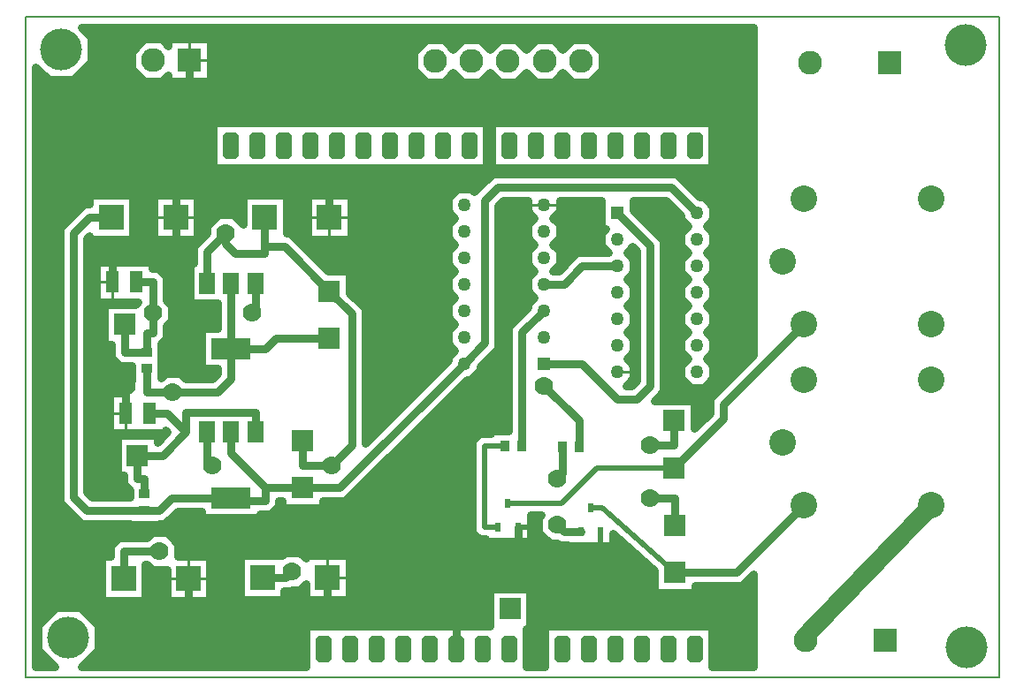
<source format=gbr>
G04 PROTEUS RS274X GERBER FILE*
%FSLAX45Y45*%
%MOMM*%
G01*
%ADD10C,0.762000*%
%ADD11C,0.508000*%
%ADD12C,1.778000*%
%ADD13C,1.778000*%
%ADD14C,0.254000*%
%AMDIL005*
4,1,8,
-0.762000,0.965200,-0.457200,1.270000,0.457200,1.270000,0.762000,0.965200,0.762000,-0.965200,
0.457200,-1.270000,-0.457200,-1.270000,-0.762000,-0.965200,-0.762000,0.965200,
0*%
%ADD15DIL005*%
%ADD16R,1.524000X2.032000*%
%ADD17R,3.810000X2.032000*%
%ADD18R,2.108200X2.108200*%
%ADD19R,2.362200X2.438400*%
%ADD70R,0.990600X0.939800*%
%ADD71R,1.270000X2.032000*%
%ADD20R,2.032000X2.032000*%
%ADD21R,1.270000X1.270000*%
%ADD22C,1.270000*%
%ADD23R,0.939800X0.990600*%
%ADD24R,0.609600X0.939800*%
%ADD25C,2.540000*%
%ADD26R,2.286000X2.286000*%
%ADD27C,2.286000*%
%ADD28C,4.000000*%
%ADD29C,0.203200*%
%TD.AperFunction*%
G36*
X+8950000Y+4779602D02*
X+8533001Y+4362603D01*
X+8533001Y+4222603D01*
X+8384309Y+4073911D01*
X+8384309Y+4344309D01*
X+7998911Y+4344309D01*
X+8088499Y+4433897D01*
X+8088499Y+5883103D01*
X+7800399Y+6171203D01*
X+7800399Y+6264501D01*
X+8109897Y+6264501D01*
X+8257601Y+6116797D01*
X+8257601Y+6080874D01*
X+8321475Y+6017000D01*
X+8257601Y+5953126D01*
X+8257601Y+5826874D01*
X+8321475Y+5763000D01*
X+8257601Y+5699126D01*
X+8257601Y+5572874D01*
X+8321475Y+5509000D01*
X+8257601Y+5445126D01*
X+8257601Y+5318874D01*
X+8321475Y+5255000D01*
X+8257601Y+5191126D01*
X+8257601Y+5064874D01*
X+8321475Y+5001000D01*
X+8257601Y+4937126D01*
X+8257601Y+4810874D01*
X+8321475Y+4747000D01*
X+8257601Y+4683126D01*
X+8257601Y+4556874D01*
X+8346874Y+4467601D01*
X+8473126Y+4467601D01*
X+8562399Y+4556874D01*
X+8562399Y+4683126D01*
X+8498525Y+4747000D01*
X+8562399Y+4810874D01*
X+8562399Y+4937126D01*
X+8498525Y+5001000D01*
X+8562399Y+5064874D01*
X+8562399Y+5191126D01*
X+8498525Y+5255000D01*
X+8562399Y+5318874D01*
X+8562399Y+5445126D01*
X+8498525Y+5509000D01*
X+8562399Y+5572874D01*
X+8562399Y+5699126D01*
X+8498525Y+5763000D01*
X+8562399Y+5826874D01*
X+8562399Y+5953126D01*
X+8498525Y+6017000D01*
X+8562399Y+6080874D01*
X+8562399Y+6207126D01*
X+8473126Y+6296399D01*
X+8437203Y+6296399D01*
X+8215103Y+6518499D01*
X+6448397Y+6518499D01*
X+6273712Y+6343814D01*
X+6241126Y+6376399D01*
X+6114874Y+6376399D01*
X+6025601Y+6287126D01*
X+6025601Y+6160874D01*
X+6089475Y+6097000D01*
X+6025601Y+6033126D01*
X+6025601Y+5906874D01*
X+6089475Y+5843000D01*
X+6025601Y+5779126D01*
X+6025601Y+5652874D01*
X+6089475Y+5589000D01*
X+6025601Y+5525126D01*
X+6025601Y+5398874D01*
X+6089475Y+5335000D01*
X+6025601Y+5271126D01*
X+6025601Y+5144874D01*
X+6089475Y+5081000D01*
X+6025601Y+5017126D01*
X+6025601Y+4890874D01*
X+6089475Y+4827000D01*
X+6025601Y+4763126D01*
X+6025601Y+4727203D01*
X+5230998Y+3932600D01*
X+5230998Y+5228604D01*
X+5084309Y+5375293D01*
X+5084309Y+5584309D01*
X+4875293Y+5584309D01*
X+4512603Y+5946999D01*
X+4477009Y+5946999D01*
X+4477009Y+6310819D01*
X+4062991Y+6310819D01*
X+4062991Y+6032955D01*
X+3971147Y+6124799D01*
X+3823853Y+6124799D01*
X+3719701Y+6020647D01*
X+3719701Y+5948803D01*
X+3591862Y+5820964D01*
X+3591862Y+5660499D01*
X+3553761Y+5660499D01*
X+3553761Y+5279501D01*
X+3823001Y+5279501D01*
X+3823001Y+5030579D01*
X+3670601Y+5030579D01*
X+3670601Y+4649581D01*
X+3823001Y+4649581D01*
X+3823001Y+4602603D01*
X+3770397Y+4549999D01*
X+3513947Y+4549999D01*
X+3463147Y+4600799D01*
X+3315853Y+4600799D01*
X+3278429Y+4563375D01*
X+3278429Y+4894327D01*
X+3325999Y+4941897D01*
X+3325999Y+5060553D01*
X+3376799Y+5111353D01*
X+3376799Y+5258647D01*
X+3325999Y+5309447D01*
X+3325999Y+5535803D01*
X+3251603Y+5610199D01*
X+3196699Y+5610199D01*
X+3196699Y+5673699D01*
X+2663301Y+5673699D01*
X+2663301Y+5292701D01*
X+3055255Y+5292701D01*
X+3029853Y+5267299D01*
X+2739501Y+5267299D01*
X+2739501Y+4886301D01*
X+2803001Y+4886301D01*
X+2803001Y+4757397D01*
X+2877397Y+4683001D01*
X+3001571Y+4683001D01*
X+3001571Y+4537692D01*
X+2976563Y+4562700D01*
X+2913437Y+4562700D01*
X+2868800Y+4518063D01*
X+2868800Y+4454937D01*
X+2910038Y+4413699D01*
X+2783301Y+4413699D01*
X+2783301Y+4032701D01*
X+3316699Y+4032701D01*
X+3316699Y+4062199D01*
X+3336898Y+4042000D01*
X+3240499Y+3945601D01*
X+3240499Y+4007299D01*
X+2859501Y+4007299D01*
X+2859501Y+3626301D01*
X+2923001Y+3626301D01*
X+2923001Y+3544897D01*
X+2981571Y+3486327D01*
X+2981571Y+3416999D01*
X+2616603Y+3416999D01*
X+2563998Y+3469604D01*
X+2563998Y+5894396D01*
X+2592991Y+5923389D01*
X+2592991Y+5889181D01*
X+3007009Y+5889181D01*
X+3007009Y+6310819D01*
X+2592991Y+6310819D01*
X+2592991Y+6226999D01*
X+2537397Y+6226999D01*
X+2310002Y+5999604D01*
X+2310002Y+3364396D01*
X+2511397Y+3163001D01*
X+2981571Y+3163001D01*
X+2981571Y+3154111D01*
X+3258429Y+3154111D01*
X+3258429Y+3163001D01*
X+3315103Y+3163001D01*
X+3435183Y+3283081D01*
X+3670601Y+3283081D01*
X+3670601Y+3219581D01*
X+4229399Y+3219581D01*
X+4229399Y+3256002D01*
X+4331104Y+3256002D01*
X+4405498Y+3330396D01*
X+4405498Y+3383001D01*
X+4435691Y+3383001D01*
X+4435691Y+3315691D01*
X+4824309Y+3315691D01*
X+4824309Y+3383002D01*
X+5040604Y+3383002D01*
X+6205203Y+4547601D01*
X+6241126Y+4547601D01*
X+6330399Y+4636874D01*
X+6330399Y+4672797D01*
X+6500999Y+4843397D01*
X+6500999Y+6211897D01*
X+6553603Y+6264501D01*
X+6787601Y+6264501D01*
X+6787601Y+6160874D01*
X+6851475Y+6097000D01*
X+6787601Y+6033126D01*
X+6787601Y+5906874D01*
X+6851475Y+5843000D01*
X+6787601Y+5779126D01*
X+6787601Y+5652874D01*
X+6851475Y+5589000D01*
X+6787601Y+5525126D01*
X+6787601Y+5398874D01*
X+6851475Y+5335000D01*
X+6787601Y+5271126D01*
X+6787601Y+5235203D01*
X+6603001Y+5050603D01*
X+6603001Y+4048429D01*
X+6434111Y+4048429D01*
X+6434111Y+4024299D01*
X+6326657Y+4024299D01*
X+6259701Y+3957343D01*
X+6259701Y+3082657D01*
X+6326657Y+3015701D01*
X+6385621Y+3015701D01*
X+6385621Y+2994111D01*
X+6814379Y+2994111D01*
X+6814379Y+3245701D01*
X+6913755Y+3245701D01*
X+6894701Y+3226647D01*
X+6894701Y+3079353D01*
X+6998853Y+2975201D01*
X+7070697Y+2975201D01*
X+7082897Y+2963001D01*
X+7175621Y+2963001D01*
X+7175621Y+2954111D01*
X+7604379Y+2954111D01*
X+7604379Y+3072299D01*
X+8005691Y+2716133D01*
X+8005691Y+2505691D01*
X+8394309Y+2505691D01*
X+8394309Y+2573001D01*
X+8842603Y+2573001D01*
X+8950000Y+2680398D01*
X+8950000Y+1789059D01*
X+8555099Y+1789059D01*
X+8555099Y+2179899D01*
X+6954901Y+2179899D01*
X+6954901Y+1789059D01*
X+6777099Y+1789059D01*
X+6777099Y+2159501D01*
X+6810499Y+2159501D01*
X+6810499Y+2540499D01*
X+6429501Y+2540499D01*
X+6429501Y+2179899D01*
X+4668901Y+2179899D01*
X+4668901Y+1789059D01*
X+2517624Y+1789059D01*
X+2678899Y+1950334D01*
X+2678899Y+2189666D01*
X+2509666Y+2358899D01*
X+2270334Y+2358899D01*
X+2101101Y+2189666D01*
X+2101101Y+1950334D01*
X+2262376Y+1789059D01*
X+2079059Y+1789059D01*
X+2079059Y+7542376D01*
X+2200334Y+7421101D01*
X+2439666Y+7421101D01*
X+2608899Y+7590334D01*
X+2608899Y+7829666D01*
X+2517624Y+7920941D01*
X+8950000Y+7920941D01*
X+8950000Y+4779602D01*
G37*
%LPC*%
G36*
X+8555099Y+6574101D02*
X+6446901Y+6574101D01*
X+6446901Y+7005899D01*
X+8555099Y+7005899D01*
X+8555099Y+6574101D01*
G37*
G36*
X+6396099Y+6574101D02*
X+3779901Y+6574101D01*
X+3779901Y+7005899D01*
X+6396099Y+7005899D01*
X+6396099Y+6574101D01*
G37*
G36*
X+4682991Y+6310819D02*
X+5097009Y+6310819D01*
X+5097009Y+5889181D01*
X+4682991Y+5889181D01*
X+4682991Y+6310819D01*
G37*
G36*
X+3212991Y+6310819D02*
X+3627009Y+6310819D01*
X+3627009Y+5889181D01*
X+3212991Y+5889181D01*
X+3212991Y+6310819D01*
G37*
G36*
X+4662991Y+2829455D02*
X+4662991Y+2860819D01*
X+5077009Y+2860819D01*
X+5077009Y+2439181D01*
X+4662991Y+2439181D01*
X+4662991Y+2587545D01*
X+4606147Y+2530701D01*
X+4534303Y+2530701D01*
X+4526603Y+2523001D01*
X+4457009Y+2523001D01*
X+4457009Y+2439181D01*
X+4042991Y+2439181D01*
X+4042991Y+2860819D01*
X+4433373Y+2860819D01*
X+4458853Y+2886299D01*
X+4606147Y+2886299D01*
X+4662991Y+2829455D01*
G37*
G36*
X+3440299Y+2972647D02*
X+3440299Y+2850819D01*
X+3747009Y+2850819D01*
X+3747009Y+2429181D01*
X+3332991Y+2429181D01*
X+3332991Y+2721201D01*
X+3188853Y+2721201D01*
X+3138053Y+2772001D01*
X+3127009Y+2772001D01*
X+3127009Y+2429181D01*
X+2712991Y+2429181D01*
X+2712991Y+2850819D01*
X+2793001Y+2850819D01*
X+2793001Y+2951603D01*
X+2867397Y+3025999D01*
X+3138053Y+3025999D01*
X+3188853Y+3076799D01*
X+3336147Y+3076799D01*
X+3440299Y+2972647D01*
G37*
G36*
X+7503199Y+7684168D02*
X+7503199Y+7515832D01*
X+7384168Y+7396801D01*
X+7215832Y+7396801D01*
X+7125000Y+7487633D01*
X+7034168Y+7396801D01*
X+6865832Y+7396801D01*
X+6775000Y+7487633D01*
X+6684168Y+7396801D01*
X+6515832Y+7396801D01*
X+6425000Y+7487633D01*
X+6334168Y+7396801D01*
X+6165832Y+7396801D01*
X+6075000Y+7487633D01*
X+5984168Y+7396801D01*
X+5815832Y+7396801D01*
X+5696801Y+7515832D01*
X+5696801Y+7684168D01*
X+5815832Y+7803199D01*
X+5984168Y+7803199D01*
X+6075000Y+7712367D01*
X+6165832Y+7803199D01*
X+6334168Y+7803199D01*
X+6425000Y+7712367D01*
X+6515832Y+7803199D01*
X+6684168Y+7803199D01*
X+6775000Y+7712367D01*
X+6865832Y+7803199D01*
X+7034168Y+7803199D01*
X+7125000Y+7712367D01*
X+7215832Y+7803199D01*
X+7384168Y+7803199D01*
X+7503199Y+7684168D01*
G37*
G36*
X+3753199Y+7401260D02*
X+3346801Y+7401260D01*
X+3346801Y+7463893D01*
X+3284168Y+7401260D01*
X+3115832Y+7401260D01*
X+2996801Y+7520291D01*
X+2996801Y+7688627D01*
X+3115832Y+7807658D01*
X+3284168Y+7807658D01*
X+3346801Y+7745025D01*
X+3346801Y+7807658D01*
X+3753199Y+7807658D01*
X+3753199Y+7401260D01*
G37*
G36*
X+6234300Y+4073937D02*
X+6234300Y+4137063D01*
X+6278937Y+4181700D01*
X+6342063Y+4181700D01*
X+6386700Y+4137063D01*
X+6386700Y+4073937D01*
X+6342063Y+4029300D01*
X+6278937Y+4029300D01*
X+6234300Y+4073937D01*
G37*
G36*
X+4583300Y+6359937D02*
X+4583300Y+6423063D01*
X+4627937Y+6467700D01*
X+4691063Y+6467700D01*
X+4735700Y+6423063D01*
X+4735700Y+6359937D01*
X+4691063Y+6315300D01*
X+4627937Y+6315300D01*
X+4583300Y+6359937D01*
G37*
G36*
X+2868800Y+5724937D02*
X+2868800Y+5788063D01*
X+2913437Y+5832700D01*
X+2976563Y+5832700D01*
X+3021200Y+5788063D01*
X+3021200Y+5724937D01*
X+2976563Y+5680300D01*
X+2913437Y+5680300D01*
X+2868800Y+5724937D01*
G37*
%LPD*%
G36*
X+7495601Y+5991601D02*
X+7534076Y+5991601D01*
X+7495601Y+5953126D01*
X+7495601Y+5826874D01*
X+7559475Y+5763000D01*
X+7559474Y+5762999D01*
X+7257397Y+5762999D01*
X+7083397Y+5588999D01*
X+7028526Y+5588999D01*
X+7028525Y+5589000D01*
X+7092399Y+5652874D01*
X+7092399Y+5779126D01*
X+7028525Y+5843000D01*
X+7092399Y+5906874D01*
X+7092399Y+6033126D01*
X+7028525Y+6097000D01*
X+7092399Y+6160874D01*
X+7092399Y+6264501D01*
X+7495601Y+6264501D01*
X+7495601Y+5991601D01*
G37*
G36*
X+7834501Y+5777897D02*
X+7834501Y+4539103D01*
X+7781897Y+4486499D01*
X+7730024Y+4486499D01*
X+7800399Y+4556874D01*
X+7800399Y+4683126D01*
X+7736525Y+4747000D01*
X+7800399Y+4810874D01*
X+7800399Y+4937126D01*
X+7736525Y+5001000D01*
X+7800399Y+5064874D01*
X+7800399Y+5191126D01*
X+7736525Y+5255000D01*
X+7800399Y+5318874D01*
X+7800399Y+5445126D01*
X+7736525Y+5509000D01*
X+7800399Y+5572874D01*
X+7800399Y+5699126D01*
X+7736525Y+5763000D01*
X+7792962Y+5819436D01*
X+7834501Y+5777897D01*
G37*
D10*
X+7648000Y+6144000D02*
X+7961500Y+5830500D01*
X+7961500Y+4486500D01*
X+7834500Y+4359500D01*
X+7644000Y+4359500D01*
X+7303500Y+4700000D01*
X+6940000Y+4700000D01*
X+4890000Y+5390000D02*
X+4460000Y+5820000D01*
X+4270000Y+5820000D01*
X+3897500Y+5947000D02*
X+3897500Y+5845400D01*
X+3986400Y+5756500D01*
X+4270000Y+5756500D01*
X+4270000Y+5820000D01*
X+4270000Y+6100000D01*
X+3897500Y+5947000D02*
X+3718860Y+5768360D01*
X+3718860Y+5470000D01*
X+4913500Y+3724500D02*
X+4630000Y+3724500D01*
X+4630000Y+3960000D01*
X+7961500Y+3915000D02*
X+8190000Y+3915000D01*
X+8190000Y+4150000D01*
X+4890000Y+5390000D02*
X+5104000Y+5176000D01*
X+5104000Y+3915000D01*
X+4913500Y+3724500D01*
X+4532500Y+2708500D02*
X+4474000Y+2650000D01*
X+4250000Y+2650000D01*
X+3770500Y+3724500D02*
X+3718860Y+3776140D01*
X+3718860Y+4040000D01*
X+7961500Y+3407000D02*
X+8200000Y+3407000D01*
X+8200000Y+3150000D01*
X+3050000Y+3816800D02*
X+3050000Y+3597500D01*
X+3120000Y+3597500D01*
X+3120000Y+3450000D01*
X+3516500Y+4042000D02*
X+3516500Y+4232500D01*
X+4181140Y+4232500D01*
X+4181140Y+4040000D01*
X+3050000Y+3816800D02*
X+3291300Y+3816800D01*
X+3516500Y+4042000D01*
X+3335300Y+4223200D01*
X+3164300Y+4223200D01*
X+3950000Y+4840080D02*
X+4278500Y+4840080D01*
X+4378420Y+4940000D01*
X+4890000Y+4940000D01*
X+3950000Y+4840080D02*
X+3950000Y+5470000D01*
X+3389500Y+4423000D02*
X+3140000Y+4423000D01*
X+3140000Y+4650000D01*
X+3950000Y+4840080D02*
X+3950000Y+4550000D01*
X+3823000Y+4423000D01*
X+3389500Y+4423000D01*
X+3262500Y+2899000D02*
X+2920000Y+2899000D01*
X+2920000Y+2640000D01*
X+3199000Y+5185000D02*
X+3199000Y+5483200D01*
X+3044300Y+5483200D01*
X+3044299Y+5483200D01*
X+3140000Y+4810000D02*
X+2930000Y+4810000D01*
X+2930000Y+5076800D01*
X+3140000Y+4810000D02*
X+3140000Y+4994500D01*
X+3199000Y+4994500D01*
X+3199000Y+5185000D01*
X+4151500Y+5185000D02*
X+4181140Y+5214640D01*
X+4181140Y+5470000D01*
X+6940000Y+5462000D02*
X+7136000Y+5462000D01*
X+7310000Y+5636000D01*
X+7648000Y+5636000D01*
X+6940000Y+5208000D02*
X+6730000Y+4998000D01*
X+6730000Y+3910000D01*
X+6945500Y+4486500D02*
X+7280000Y+4152000D01*
X+7280000Y+3900000D01*
X+8190000Y+3700000D02*
X+8660000Y+4170000D01*
X+8660000Y+4310000D01*
X+9430000Y+5080000D01*
D11*
X+8190000Y+3700000D02*
X+7453500Y+3700000D01*
X+7113500Y+3360000D01*
X+6600000Y+3360000D01*
X+6570000Y+3910000D02*
X+6374000Y+3910000D01*
X+6374000Y+3130000D01*
X+6505000Y+3130000D01*
D10*
X+8200000Y+2700000D02*
X+8790000Y+2700000D01*
X+9430000Y+3340000D01*
X+7072500Y+3153000D02*
X+7135500Y+3090000D01*
X+7295000Y+3090000D01*
X+7072500Y+3597500D02*
X+7120000Y+3645000D01*
X+7120000Y+3900000D01*
X+4870000Y+2391000D02*
X+5060500Y+2200500D01*
X+6104000Y+2200500D01*
X+6310500Y+2962500D02*
X+6104000Y+2756000D01*
X+6104000Y+2200500D01*
X+6104000Y+1964000D01*
X+4870000Y+2391000D02*
X+3540000Y+2391000D01*
X+3540000Y+2640000D01*
X+4870000Y+2391000D02*
X+4870000Y+2650000D01*
X+3550000Y+6518500D02*
X+3677000Y+6391500D01*
X+4659500Y+6391500D01*
X+3420000Y+6100000D02*
X+3420000Y+5883500D01*
X+3293000Y+5756500D01*
X+2945000Y+5756500D01*
X+6310500Y+2962500D02*
X+6247000Y+3026000D01*
X+6247000Y+4042000D01*
X+6310500Y+4105500D01*
D11*
X+6695000Y+3130000D02*
X+6818500Y+3130000D01*
X+7049500Y+2899000D01*
X+7485000Y+2899000D01*
X+7485000Y+3090000D01*
D10*
X+3420000Y+6100000D02*
X+3420000Y+6388500D01*
X+3550000Y+6518500D01*
X+2945000Y+5756500D02*
X+2904601Y+5756500D01*
X+2815701Y+5667600D01*
X+2815700Y+5483200D01*
X+2815701Y+5483199D01*
X+2815700Y+5483199D01*
X+2945000Y+4486500D02*
X+2935700Y+4477200D01*
X+2935700Y+4223200D01*
X+3550000Y+6518500D02*
X+3550000Y+7604459D01*
X+4659500Y+6391500D02*
X+4890000Y+6391500D01*
X+4890000Y+6100000D01*
X+6695000Y+3130000D02*
X+6695000Y+2962500D01*
X+6310500Y+2962500D01*
X+4278500Y+3510000D02*
X+3950000Y+3838500D01*
X+3950000Y+4040000D01*
X+3950000Y+3410080D02*
X+3950000Y+3383000D01*
X+4278500Y+3383000D01*
X+4278500Y+3510000D01*
X+6178000Y+4700000D02*
X+6374000Y+4896000D01*
X+6374000Y+6264500D01*
X+6501000Y+6391500D01*
X+8162500Y+6391500D01*
X+8410000Y+6144000D01*
X+4630000Y+3510000D02*
X+4988000Y+3510000D01*
X+6178000Y+4700000D01*
X+3120000Y+3290000D02*
X+2564000Y+3290000D01*
X+2437000Y+3417000D01*
X+2437000Y+5947000D01*
X+2590000Y+6100000D01*
X+2800000Y+6100000D01*
X+4630000Y+3510000D02*
X+4278500Y+3510000D01*
X+3950000Y+3410080D02*
X+3382580Y+3410080D01*
X+3262500Y+3290000D01*
X+3120000Y+3290000D01*
D12*
X+10650000Y+3340000D02*
X+9450000Y+2100000D01*
X+9450000Y+2050000D01*
D11*
X+8200000Y+2700000D02*
X+7499482Y+3318215D01*
X+7390000Y+3320000D01*
D13*
X+4532500Y+2708500D03*
X+3770500Y+3724500D03*
X+7961500Y+3407000D03*
X+3897500Y+5947000D03*
X+7961500Y+3915000D03*
X+4913500Y+3724500D03*
X+3262500Y+2899000D03*
X+3389500Y+4423000D03*
X+4151500Y+5185000D03*
X+3199000Y+5185000D03*
X+6945500Y+4486500D03*
X+7072500Y+3153000D03*
X+7072500Y+3597500D03*
X+6310500Y+4105500D03*
X+2945000Y+4486500D03*
X+4659500Y+6391500D03*
X+2945000Y+5756500D03*
D10*
X+8950000Y+4779602D02*
X+8533001Y+4362603D01*
X+8533001Y+4222603D01*
X+8384309Y+4073911D01*
X+8384309Y+4344309D01*
X+7998911Y+4344309D01*
X+8088499Y+4433897D01*
X+8088499Y+5883103D01*
X+7800399Y+6171203D01*
X+7800399Y+6264501D01*
X+8109897Y+6264501D01*
X+8257601Y+6116797D01*
X+8257601Y+6080874D01*
X+8321475Y+6017000D01*
X+8257601Y+5953126D01*
X+8257601Y+5826874D01*
X+8321475Y+5763000D01*
X+8257601Y+5699126D01*
X+8257601Y+5572874D01*
X+8321475Y+5509000D01*
X+8257601Y+5445126D01*
X+8257601Y+5318874D01*
X+8321475Y+5255000D01*
X+8257601Y+5191126D01*
X+8257601Y+5064874D01*
X+8321475Y+5001000D01*
X+8257601Y+4937126D01*
X+8257601Y+4810874D01*
X+8321475Y+4747000D01*
X+8257601Y+4683126D01*
X+8257601Y+4556874D01*
X+8346874Y+4467601D01*
X+8473126Y+4467601D01*
X+8562399Y+4556874D01*
X+8562399Y+4683126D01*
X+8498525Y+4747000D01*
X+8562399Y+4810874D01*
X+8562399Y+4937126D01*
X+8498525Y+5001000D01*
X+8562399Y+5064874D01*
X+8562399Y+5191126D01*
X+8498525Y+5255000D01*
X+8562399Y+5318874D01*
X+8562399Y+5445126D01*
X+8498525Y+5509000D01*
X+8562399Y+5572874D01*
X+8562399Y+5699126D01*
X+8498525Y+5763000D01*
X+8562399Y+5826874D01*
X+8562399Y+5953126D01*
X+8498525Y+6017000D01*
X+8562399Y+6080874D01*
X+8562399Y+6207126D01*
X+8473126Y+6296399D01*
X+8437203Y+6296399D01*
X+8215103Y+6518499D01*
X+6448397Y+6518499D01*
X+6273712Y+6343814D01*
X+6241126Y+6376399D01*
X+6114874Y+6376399D01*
X+6025601Y+6287126D01*
X+6025601Y+6160874D01*
X+6089475Y+6097000D01*
X+6025601Y+6033126D01*
X+6025601Y+5906874D01*
X+6089475Y+5843000D01*
X+6025601Y+5779126D01*
X+6025601Y+5652874D01*
X+6089475Y+5589000D01*
X+6025601Y+5525126D01*
X+6025601Y+5398874D01*
X+6089475Y+5335000D01*
X+6025601Y+5271126D01*
X+6025601Y+5144874D01*
X+6089475Y+5081000D01*
X+6025601Y+5017126D01*
X+6025601Y+4890874D01*
X+6089475Y+4827000D01*
X+6025601Y+4763126D01*
X+6025601Y+4727203D01*
X+5230998Y+3932600D01*
X+5230998Y+5228604D01*
X+5084309Y+5375293D01*
X+5084309Y+5584309D01*
X+4875293Y+5584309D01*
X+4512603Y+5946999D01*
X+4477009Y+5946999D01*
X+4477009Y+6310819D01*
X+4062991Y+6310819D01*
X+4062991Y+6032955D01*
X+3971147Y+6124799D01*
X+3823853Y+6124799D01*
X+3719701Y+6020647D01*
X+3719701Y+5948803D01*
X+3591862Y+5820964D01*
X+3591862Y+5660499D01*
X+3553761Y+5660499D01*
X+3553761Y+5279501D01*
X+3823001Y+5279501D01*
X+3823001Y+5030579D01*
X+3670601Y+5030579D01*
X+3670601Y+4649581D01*
X+3823001Y+4649581D01*
X+3823001Y+4602603D01*
X+3770397Y+4549999D01*
X+3513947Y+4549999D01*
X+3463147Y+4600799D01*
X+3315853Y+4600799D01*
X+3278429Y+4563375D01*
X+3278429Y+4894327D01*
X+3325999Y+4941897D01*
X+3325999Y+5060553D01*
X+3376799Y+5111353D01*
X+3376799Y+5258647D01*
X+3325999Y+5309447D01*
X+3325999Y+5535803D01*
X+3251603Y+5610199D01*
X+3196699Y+5610199D01*
X+3196699Y+5673699D01*
X+2663301Y+5673699D01*
X+2663301Y+5292701D01*
X+3055255Y+5292701D01*
X+3029853Y+5267299D01*
X+2739501Y+5267299D01*
X+2739501Y+4886301D01*
X+2803001Y+4886301D01*
X+2803001Y+4757397D01*
X+2877397Y+4683001D01*
X+3001571Y+4683001D01*
X+3001571Y+4537692D01*
X+2976563Y+4562700D01*
X+2913437Y+4562700D01*
X+2868800Y+4518063D01*
X+2868800Y+4454937D01*
X+2910038Y+4413699D01*
X+2783301Y+4413699D01*
X+2783301Y+4032701D01*
X+3316699Y+4032701D01*
X+3316699Y+4062199D01*
X+3336898Y+4042000D01*
X+3240499Y+3945601D01*
X+3240499Y+4007299D01*
X+2859501Y+4007299D01*
X+2859501Y+3626301D01*
X+2923001Y+3626301D01*
X+2923001Y+3544897D01*
X+2981571Y+3486327D01*
X+2981571Y+3416999D01*
X+2616603Y+3416999D01*
X+2563998Y+3469604D01*
X+2563998Y+5894396D01*
X+2592991Y+5923389D01*
X+2592991Y+5889181D01*
X+3007009Y+5889181D01*
X+3007009Y+6310819D01*
X+2592991Y+6310819D01*
X+2592991Y+6226999D01*
X+2537397Y+6226999D01*
X+2310002Y+5999604D01*
X+2310002Y+3364396D01*
X+2511397Y+3163001D01*
X+2981571Y+3163001D01*
X+2981571Y+3154111D01*
X+3258429Y+3154111D01*
X+3258429Y+3163001D01*
X+3315103Y+3163001D01*
X+3435183Y+3283081D01*
X+3670601Y+3283081D01*
X+3670601Y+3219581D01*
X+4229399Y+3219581D01*
X+4229399Y+3256002D01*
X+4331104Y+3256002D01*
X+4405498Y+3330396D01*
X+4405498Y+3383001D01*
X+4435691Y+3383001D01*
X+4435691Y+3315691D01*
X+4824309Y+3315691D01*
X+4824309Y+3383002D01*
X+5040604Y+3383002D01*
X+6205203Y+4547601D01*
X+6241126Y+4547601D01*
X+6330399Y+4636874D01*
X+6330399Y+4672797D01*
X+6500999Y+4843397D01*
X+6500999Y+6211897D01*
X+6553603Y+6264501D01*
X+6787601Y+6264501D01*
X+6787601Y+6160874D01*
X+6851475Y+6097000D01*
X+6787601Y+6033126D01*
X+6787601Y+5906874D01*
X+6851475Y+5843000D01*
X+6787601Y+5779126D01*
X+6787601Y+5652874D01*
X+6851475Y+5589000D01*
X+6787601Y+5525126D01*
X+6787601Y+5398874D01*
X+6851475Y+5335000D01*
X+6787601Y+5271126D01*
X+6787601Y+5235203D01*
X+6603001Y+5050603D01*
X+6603001Y+4048429D01*
X+6434111Y+4048429D01*
X+6434111Y+4024299D01*
X+6326657Y+4024299D01*
X+6259701Y+3957343D01*
X+6259701Y+3082657D01*
X+6326657Y+3015701D01*
X+6385621Y+3015701D01*
X+6385621Y+2994111D01*
X+6814379Y+2994111D01*
X+6814379Y+3245701D01*
X+6913755Y+3245701D01*
X+6894701Y+3226647D01*
X+6894701Y+3079353D01*
X+6998853Y+2975201D01*
X+7070697Y+2975201D01*
X+7082897Y+2963001D01*
X+7175621Y+2963001D01*
X+7175621Y+2954111D01*
X+7604379Y+2954111D01*
X+7604379Y+3072299D01*
X+8005691Y+2716133D01*
X+8005691Y+2505691D01*
X+8394309Y+2505691D01*
X+8394309Y+2573001D01*
X+8842603Y+2573001D01*
X+8950000Y+2680398D01*
X+8950000Y+1789059D01*
X+8555099Y+1789059D01*
X+8555099Y+2179899D01*
X+6954901Y+2179899D01*
X+6954901Y+1789059D01*
X+6777099Y+1789059D01*
X+6777099Y+2159501D01*
X+6810499Y+2159501D01*
X+6810499Y+2540499D01*
X+6429501Y+2540499D01*
X+6429501Y+2179899D01*
X+4668901Y+2179899D01*
X+4668901Y+1789059D01*
X+2517624Y+1789059D01*
X+2678899Y+1950334D01*
X+2678899Y+2189666D01*
X+2509666Y+2358899D01*
X+2270334Y+2358899D01*
X+2101101Y+2189666D01*
X+2101101Y+1950334D01*
X+2262376Y+1789059D01*
X+2079059Y+1789059D01*
X+2079059Y+7542376D01*
X+2200334Y+7421101D01*
X+2439666Y+7421101D01*
X+2608899Y+7590334D01*
X+2608899Y+7829666D01*
X+2517624Y+7920941D01*
X+8950000Y+7920941D01*
X+8950000Y+4779602D01*
X+8555099Y+6574101D02*
X+6446901Y+6574101D01*
X+6446901Y+7005899D01*
X+8555099Y+7005899D01*
X+8555099Y+6574101D01*
X+6396099Y+6574101D02*
X+3779901Y+6574101D01*
X+3779901Y+7005899D01*
X+6396099Y+7005899D01*
X+6396099Y+6574101D01*
X+4682991Y+6310819D02*
X+5097009Y+6310819D01*
X+5097009Y+5889181D01*
X+4682991Y+5889181D01*
X+4682991Y+6310819D01*
X+3212991Y+6310819D02*
X+3627009Y+6310819D01*
X+3627009Y+5889181D01*
X+3212991Y+5889181D01*
X+3212991Y+6310819D01*
X+4662991Y+2829455D02*
X+4662991Y+2860819D01*
X+5077009Y+2860819D01*
X+5077009Y+2439181D01*
X+4662991Y+2439181D01*
X+4662991Y+2587545D01*
X+4606147Y+2530701D01*
X+4534303Y+2530701D01*
X+4526603Y+2523001D01*
X+4457009Y+2523001D01*
X+4457009Y+2439181D01*
X+4042991Y+2439181D01*
X+4042991Y+2860819D01*
X+4433373Y+2860819D01*
X+4458853Y+2886299D01*
X+4606147Y+2886299D01*
X+4662991Y+2829455D01*
X+3440299Y+2972647D02*
X+3440299Y+2850819D01*
X+3747009Y+2850819D01*
X+3747009Y+2429181D01*
X+3332991Y+2429181D01*
X+3332991Y+2721201D01*
X+3188853Y+2721201D01*
X+3138053Y+2772001D01*
X+3127009Y+2772001D01*
X+3127009Y+2429181D01*
X+2712991Y+2429181D01*
X+2712991Y+2850819D01*
X+2793001Y+2850819D01*
X+2793001Y+2951603D01*
X+2867397Y+3025999D01*
X+3138053Y+3025999D01*
X+3188853Y+3076799D01*
X+3336147Y+3076799D01*
X+3440299Y+2972647D01*
X+7503199Y+7684168D02*
X+7503199Y+7515832D01*
X+7384168Y+7396801D01*
X+7215832Y+7396801D01*
X+7125000Y+7487633D01*
X+7034168Y+7396801D01*
X+6865832Y+7396801D01*
X+6775000Y+7487633D01*
X+6684168Y+7396801D01*
X+6515832Y+7396801D01*
X+6425000Y+7487633D01*
X+6334168Y+7396801D01*
X+6165832Y+7396801D01*
X+6075000Y+7487633D01*
X+5984168Y+7396801D01*
X+5815832Y+7396801D01*
X+5696801Y+7515832D01*
X+5696801Y+7684168D01*
X+5815832Y+7803199D01*
X+5984168Y+7803199D01*
X+6075000Y+7712367D01*
X+6165832Y+7803199D01*
X+6334168Y+7803199D01*
X+6425000Y+7712367D01*
X+6515832Y+7803199D01*
X+6684168Y+7803199D01*
X+6775000Y+7712367D01*
X+6865832Y+7803199D01*
X+7034168Y+7803199D01*
X+7125000Y+7712367D01*
X+7215832Y+7803199D01*
X+7384168Y+7803199D01*
X+7503199Y+7684168D01*
X+3753199Y+7401260D02*
X+3346801Y+7401260D01*
X+3346801Y+7463893D01*
X+3284168Y+7401260D01*
X+3115832Y+7401260D01*
X+2996801Y+7520291D01*
X+2996801Y+7688627D01*
X+3115832Y+7807658D01*
X+3284168Y+7807658D01*
X+3346801Y+7745025D01*
X+3346801Y+7807658D01*
X+3753199Y+7807658D01*
X+3753199Y+7401260D01*
X+6234300Y+4073937D02*
X+6234300Y+4137063D01*
X+6278937Y+4181700D01*
X+6342063Y+4181700D01*
X+6386700Y+4137063D01*
X+6386700Y+4073937D01*
X+6342063Y+4029300D01*
X+6278937Y+4029300D01*
X+6234300Y+4073937D01*
X+4583300Y+6359937D02*
X+4583300Y+6423063D01*
X+4627937Y+6467700D01*
X+4691063Y+6467700D01*
X+4735700Y+6423063D01*
X+4735700Y+6359937D01*
X+4691063Y+6315300D01*
X+4627937Y+6315300D01*
X+4583300Y+6359937D01*
X+2868800Y+5724937D02*
X+2868800Y+5788063D01*
X+2913437Y+5832700D01*
X+2976563Y+5832700D01*
X+3021200Y+5788063D01*
X+3021200Y+5724937D01*
X+2976563Y+5680300D01*
X+2913437Y+5680300D01*
X+2868800Y+5724937D01*
X+7495601Y+5991601D02*
X+7534076Y+5991601D01*
X+7495601Y+5953126D01*
X+7495601Y+5826874D01*
X+7559475Y+5763000D01*
X+7559474Y+5762999D01*
X+7257397Y+5762999D01*
X+7083397Y+5588999D01*
X+7028526Y+5588999D01*
X+7028525Y+5589000D01*
X+7092399Y+5652874D01*
X+7092399Y+5779126D01*
X+7028525Y+5843000D01*
X+7092399Y+5906874D01*
X+7092399Y+6033126D01*
X+7028525Y+6097000D01*
X+7092399Y+6160874D01*
X+7092399Y+6264501D01*
X+7495601Y+6264501D01*
X+7495601Y+5991601D01*
X+7834501Y+5777897D02*
X+7834501Y+4539103D01*
X+7781897Y+4486499D01*
X+7730024Y+4486499D01*
X+7800399Y+4556874D01*
X+7800399Y+4683126D01*
X+7736525Y+4747000D01*
X+7800399Y+4810874D01*
X+7800399Y+4937126D01*
X+7736525Y+5001000D01*
X+7800399Y+5064874D01*
X+7800399Y+5191126D01*
X+7736525Y+5255000D01*
X+7800399Y+5318874D01*
X+7800399Y+5445126D01*
X+7736525Y+5509000D01*
X+7800399Y+5572874D01*
X+7800399Y+5699126D01*
X+7736525Y+5763000D01*
X+7792962Y+5819436D01*
X+7834501Y+5777897D01*
D14*
X+6104000Y+2179899D02*
X+6104000Y+1964000D01*
X+4682991Y+6100000D02*
X+4890000Y+6100000D01*
X+5097009Y+6100000D02*
X+4890000Y+6100000D01*
X+4890000Y+5889181D02*
X+4890000Y+6100000D01*
X+4890000Y+6310819D02*
X+4890000Y+6100000D01*
X+3212991Y+6100000D02*
X+3420000Y+6100000D01*
X+3627009Y+6100000D02*
X+3420000Y+6100000D01*
X+3420000Y+5889181D02*
X+3420000Y+6100000D01*
X+3420000Y+6310819D02*
X+3420000Y+6100000D01*
X+5077009Y+2650000D02*
X+4870000Y+2650000D01*
X+4870000Y+2439181D02*
X+4870000Y+2650000D01*
X+4870000Y+2860819D02*
X+4870000Y+2650000D01*
X+3332991Y+2640000D02*
X+3540000Y+2640000D01*
X+3747009Y+2640000D02*
X+3540000Y+2640000D01*
X+3540000Y+2429181D02*
X+3540000Y+2640000D01*
X+3540000Y+2850819D02*
X+3540000Y+2640000D01*
X+2663301Y+5483200D02*
X+2815700Y+5483200D01*
X+2815700Y+5673699D02*
X+2815700Y+5483200D01*
X+2815700Y+5292701D02*
X+2815700Y+5483200D01*
X+7800399Y+4620000D02*
X+7648000Y+4620000D01*
X+7092399Y+6224000D02*
X+6940000Y+6224000D01*
X+6787601Y+6224000D02*
X+6940000Y+6224000D01*
X+6814379Y+3130000D02*
X+6695000Y+3130000D01*
X+6695000Y+2994111D02*
X+6695000Y+3130000D01*
X+7485000Y+2954111D02*
X+7485000Y+3090000D01*
X+2783301Y+4223200D02*
X+2935700Y+4223200D01*
X+2935700Y+4032701D02*
X+2935700Y+4223200D01*
X+3753199Y+7604459D02*
X+3550000Y+7604459D01*
X+3550000Y+7807658D02*
X+3550000Y+7604459D01*
X+3550000Y+7401260D02*
X+3550000Y+7604459D01*
D15*
X+8390000Y+6790000D03*
X+8136000Y+6790000D03*
X+7882000Y+6790000D03*
X+7628000Y+6790000D03*
X+5596000Y+1964000D03*
X+7374000Y+6790000D03*
X+7120000Y+6790000D03*
X+5850000Y+1964000D03*
X+6866000Y+6790000D03*
X+6612000Y+6790000D03*
X+6231000Y+6790000D03*
X+5977000Y+6790000D03*
X+5723000Y+6790000D03*
X+5469000Y+6790000D03*
X+5215000Y+6790000D03*
X+4961000Y+6790000D03*
X+4834000Y+1964000D03*
X+7120000Y+1964000D03*
X+7374000Y+1964000D03*
X+7628000Y+1964000D03*
X+7882000Y+1964000D03*
X+8136000Y+1964000D03*
X+8390000Y+1964000D03*
X+4453000Y+6790000D03*
X+6104000Y+1964000D03*
X+6358000Y+1964000D03*
X+4707000Y+6790000D03*
X+5088000Y+1964000D03*
X+5342000Y+1964000D03*
X+3945000Y+6790000D03*
X+4199000Y+6790000D03*
X+6612000Y+1964000D03*
D16*
X+4181140Y+5470000D03*
D17*
X+3950000Y+4840080D03*
D16*
X+3950000Y+5470000D03*
X+3718860Y+5470000D03*
X+4181140Y+4040000D03*
D17*
X+3950000Y+3410080D03*
D16*
X+3950000Y+4040000D03*
X+3718860Y+4040000D03*
D18*
X+4630000Y+3510000D03*
X+4630000Y+3960000D03*
X+4890000Y+4940000D03*
X+4890000Y+5390000D03*
D19*
X+4270000Y+6100000D03*
X+4890000Y+6100000D03*
X+2800000Y+6100000D03*
X+3420000Y+6100000D03*
X+4250000Y+2650000D03*
X+4870000Y+2650000D03*
X+2920000Y+2640000D03*
X+3540000Y+2640000D03*
D70*
X+3120000Y+3290000D03*
X+3120000Y+3450000D03*
X+3140000Y+4650000D03*
X+3140000Y+4810000D03*
D71*
X+2815700Y+5483200D03*
X+3044300Y+5483200D03*
D20*
X+2930000Y+5076800D03*
D21*
X+7648000Y+6144000D03*
D22*
X+7648000Y+5890000D03*
X+7648000Y+5636000D03*
X+7648000Y+5382000D03*
X+7648000Y+5128000D03*
X+7648000Y+4874000D03*
X+7648000Y+4620000D03*
X+8410000Y+4620000D03*
X+8410000Y+4874000D03*
X+8410000Y+5128000D03*
X+8410000Y+5382000D03*
X+8410000Y+5636000D03*
X+8410000Y+5890000D03*
X+8410000Y+6144000D03*
D21*
X+6940000Y+4700000D03*
D22*
X+6940000Y+4954000D03*
X+6940000Y+5208000D03*
X+6940000Y+5462000D03*
X+6940000Y+5716000D03*
X+6940000Y+5970000D03*
X+6940000Y+6224000D03*
X+6178000Y+6224000D03*
X+6178000Y+5970000D03*
X+6178000Y+5716000D03*
X+6178000Y+5462000D03*
X+6178000Y+5208000D03*
X+6178000Y+4954000D03*
X+6178000Y+4700000D03*
D23*
X+6730000Y+3910000D03*
X+6570000Y+3910000D03*
X+7280000Y+3900000D03*
X+7120000Y+3900000D03*
D24*
X+6505000Y+3130000D03*
X+6695000Y+3130000D03*
X+6600000Y+3360000D03*
X+7295000Y+3090000D03*
X+7485000Y+3090000D03*
X+7390000Y+3320000D03*
D20*
X+6620000Y+2350000D03*
D18*
X+8190000Y+3700000D03*
X+8190000Y+4150000D03*
X+8200000Y+2700000D03*
X+8200000Y+3150000D03*
D25*
X+9430000Y+6280000D03*
X+9430000Y+5080000D03*
X+9230000Y+5680000D03*
X+10650000Y+6280000D03*
X+10650000Y+5080000D03*
X+9430000Y+4540000D03*
X+9430000Y+3340000D03*
X+9230000Y+3940000D03*
X+10650000Y+4540000D03*
X+10650000Y+3340000D03*
D26*
X+10212000Y+2050000D03*
D27*
X+9450000Y+2050000D03*
D26*
X+10250000Y+7580000D03*
D27*
X+9488000Y+7580000D03*
X+5900000Y+7600000D03*
X+6250000Y+7600000D03*
X+6600000Y+7600000D03*
X+6950000Y+7600000D03*
X+7300000Y+7600000D03*
D71*
X+2935700Y+4223200D03*
X+3164300Y+4223200D03*
D20*
X+3050000Y+3816800D03*
D28*
X+10990000Y+1980000D03*
X+10980000Y+7750000D03*
X+2320000Y+7710000D03*
X+2390000Y+2070000D03*
D26*
X+3550000Y+7604459D03*
D27*
X+3200000Y+7604459D03*
D29*
X+1980000Y+1690000D02*
X+11300000Y+1690000D01*
X+11300000Y+8020000D01*
X+1980000Y+8020000D01*
X+1980000Y+1690000D01*
M02*

</source>
